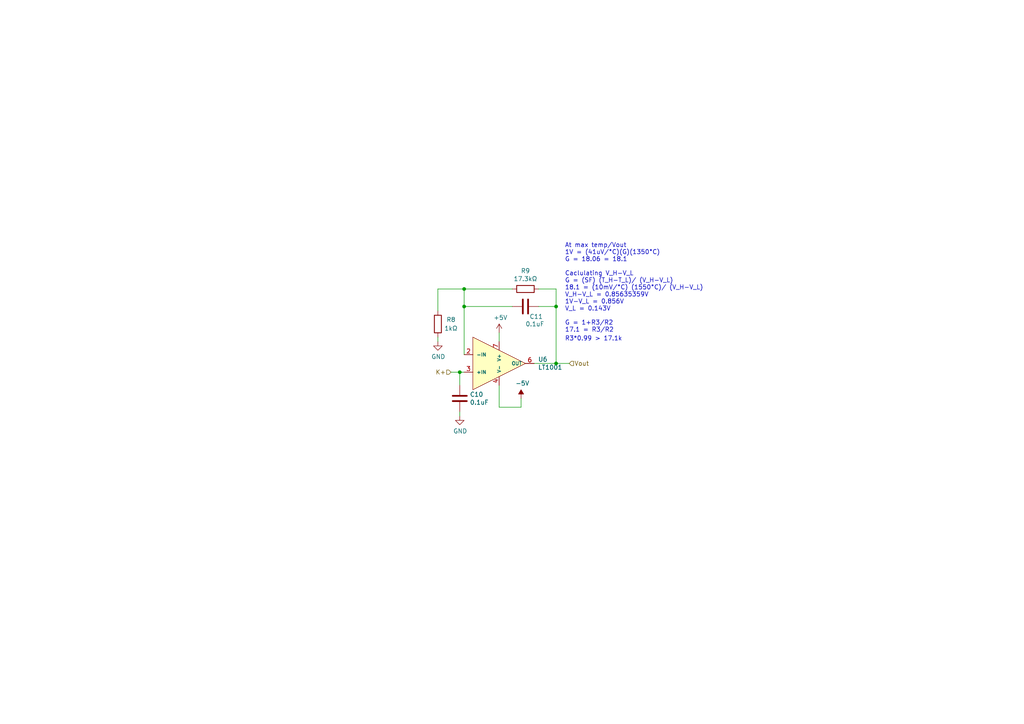
<source format=kicad_sch>
(kicad_sch (version 20211123) (generator eeschema)
  (paper "A4")
  (lib_symbols
    (symbol "Device:C" (pin_numbers hide) (pin_names (offset 0.254))
      (property "Reference" "C" (at 0.635 2.54 0))
      (property "Value" "C" (at 0.635 -2.54 0))
      (symbol "C_0_1"
        (polyline (pts (xy -2.032 -0.762) (xy 2.032 -0.762)) (stroke (width 0.508)))
        (polyline (pts (xy -2.032 0.762) (xy 2.032 0.762)) (stroke (width 0.508)))
      )
      (symbol "C_1_1"
        (pin passive line (at 0 3.81 270) (length 2.794) (name "~") (number "1"))
        (pin passive line (at 0 -3.81 90) (length 2.794) (name "~") (number "2"))
      )
    )
    (symbol "Device:R" (pin_numbers hide) (pin_names (offset 0))
      (property "Reference" "R" (at 2.032 0 90))
      (property "Value" "R" (at 0 0 90))
      (symbol "R_0_1"
        (rectangle (start -1.016 -2.54) (end 1.016 2.54) (stroke (width 0.254)))
      )
      (symbol "R_1_1"
        (pin passive line (at 0 3.81 270) (length 1.27) (name "~") (number "1"))
        (pin passive line (at 0 -3.81 90) (length 1.27) (name "~") (number "2"))
      )
    )
    (symbol "Thermocouple:LT1001" (pin_names (offset 1.016))
      (property "Reference" "U" (at -5.334 5.334 0))
      (property "Value" "LT1001" (at -5.334 7.366 0))
      (symbol "LT1001_0_1"
        (polyline (pts (xy -7.62 -5.08) (xy 7.62 -5.08) (xy 0 10.16) (xy -7.62 -5.08)) (fill (type background)))
      )
      (symbol "LT1001_1_1"
        (pin input line (at -2.54 -7.62 90) (length 2.54) (name "-IN") (number "2"))
        (pin input line (at 2.54 -7.62 90) (length 2.54) (name "+IN") (number "3"))
        (pin input line (at 6.35 2.54 180) (length 2.54) (name "V-") (number "4"))
        (pin input line (at 0 12.7 270) (length 2.54) (name "OUT") (number "6"))
        (pin input line (at -6.35 2.54 0) (length 2.54) (name "V+") (number "7"))
      )
    )
    (symbol "power:+5V" (power) (pin_names (offset 0))
      (property "Value" "+5V" (at 0 3.556 0))
      (symbol "+5V_0_1"
        (polyline (pts (xy -0.762 1.27) (xy 0 2.54)))
        (polyline (pts (xy 0 0) (xy 0 2.54)))
        (polyline (pts (xy 0 2.54) (xy 0.762 1.27)))
      )
      (symbol "+5V_1_1"
        (pin power_in line (at 0 0 90) (length 0) hide (name "+5V") (number "1"))
      )
    )
    (symbol "power:-5V" (power) (pin_names (offset 0))
      (property "Value" "-5V" (at 0 3.81 0))
      (symbol "-5V_0_0"
        (pin power_in line (at 0 0 90) (length 0) hide (name "-5V") (number "1"))
      )
      (symbol "-5V_0_1"
        (polyline (pts (xy 0 0) (xy 0 1.27) (xy 0.762 1.27) (xy 0 2.54) (xy -0.762 1.27) (xy 0 1.27)) (fill (type outline)))
      )
    )
    (symbol "power:GND" (power) (pin_names (offset 0))
      (property "Value" "GND" (at 0 -3.81 0))
      (symbol "GND_0_1"
        (polyline (pts (xy 0 0) (xy 0 -1.27) (xy 1.27 -1.27) (xy 0 -2.54) (xy -1.27 -1.27) (xy 0 -1.27)))
      )
      (symbol "GND_1_1"
        (pin power_in line (at 0 0 270) (length 0) hide (name "GND") (number "1"))
      )
    )
  )
  (junction (at 134.62 83.82))
  (junction (at 134.62 88.9))
  (junction (at 133.35 107.95))
  (junction (at 161.29 105.41))
  (junction (at 161.29 88.9))
  (wire (pts (xy 133.35 107.95) (xy 133.35 111.76)))
  (wire (pts (xy 134.62 102.87) (xy 134.62 88.9)))
  (wire (pts (xy 161.29 83.82) (xy 161.29 88.9)))
  (wire (pts (xy 127 83.82) (xy 134.62 83.82)))
  (wire (pts (xy 154.94 105.41) (xy 161.29 105.41)))
  (wire (pts (xy 156.21 83.82) (xy 161.29 83.82)))
  (wire (pts (xy 127 83.82) (xy 127 90.17)))
  (wire (pts (xy 144.78 96.52) (xy 144.78 99.06)))
  (wire (pts (xy 130.81 107.95) (xy 133.35 107.95)))
  (wire (pts (xy 151.13 118.11) (xy 151.13 115.57)))
  (wire (pts (xy 127 97.79) (xy 127 99.06)))
  (wire (pts (xy 156.21 88.9) (xy 161.29 88.9)))
  (wire (pts (xy 133.35 107.95) (xy 134.62 107.95)))
  (wire (pts (xy 134.62 83.82) (xy 134.62 88.9)))
  (wire (pts (xy 134.62 83.82) (xy 148.59 83.82)))
  (wire (pts (xy 134.62 88.9) (xy 148.59 88.9)))
  (wire (pts (xy 144.78 118.11) (xy 151.13 118.11)))
  (wire (pts (xy 161.29 105.41) (xy 165.1 105.41)))
  (wire (pts (xy 133.35 119.38) (xy 133.35 120.65)))
  (wire (pts (xy 161.29 88.9) (xy 161.29 105.41)))
  (wire (pts (xy 144.78 111.76) (xy 144.78 118.11)))
  (text "R3*0.99 > 17.1k" (at 163.83 99.06 0) (effects (font (size 1.27 1.27)) (justify left bottom)))
  (text "At max temp/Vout\n1V = (41uV/°C)(G)(1350°C)\nG = 18.06 = 18.1\n\nCaclulating V_H-V_L\nG = (SF) (T_H-T_L)/ (V_H-V_L)\n18.1 = (10mV/°C) (1550°C)/ (V_H-V_L)\nV_H-V_L = 0.85635359V\n1V-V_L = 0.856V\nV_L = 0.143V\n\nG = 1+R3/R2\n17.1 = R3/R2" (at 163.83 96.52 0) (effects (font (size 1.27 1.27)) (justify left bottom)))
  (hierarchical_label "K+" (shape input) (at 130.81 107.95 180))
  (hierarchical_label "Vout" (shape input) (at 165.1 105.41 0))
  (symbol (lib_id "Device:R") (at 127 93.98 180)
    (property "Reference" "R8" (at 130.81 92.71 0))
    (property "Value" "1kΩ" (at 130.81 95.25 0))
    (property "Footprint" "Resistor_SMD:R_0805_2012Metric_Pad1.20x1.40mm_HandSolder" (effects hide))
  )
  (symbol (lib_id "Device:C") (at 133.35 115.57 0)
    (property "Reference" "C10" (at 136.271 114.4016 0) (effects (justify left)))
    (property "Value" "0.1uF" (at 136.271 116.713 0) (effects (justify left)))
    (property "Footprint" "Capacitor_SMD:C_0805_2012Metric_Pad1.18x1.45mm_HandSolder" (effects hide))
  )
  (symbol (lib_id "Device:C") (at 152.4 88.9 270)
    (property "Reference" "C11" (at 153.5684 91.821 90) (effects (justify left)))
    (property "Value" "0.1uF" (at 152.4 93.98 90) (effects (justify left)))
    (property "Footprint" "Capacitor_SMD:C_0805_2012Metric_Pad1.18x1.45mm_HandSolder" (effects hide))
  )
  (symbol (lib_id "power:GND") (at 133.35 120.65 0)
    (property "Reference" "#PWR026" (effects hide))
    (property "Value" "GND" (at 133.477 125.0442 0))
  )
  (symbol (lib_id "power:GND") (at 127 99.06 0)
    (property "Reference" "#PWR025" (effects hide))
    (property "Value" "GND" (at 127.127 103.4542 0))
  )
  (symbol (lib_id "Device:R") (at 152.4 83.82 270)
    (property "Reference" "R9" (at 152.4 78.5622 90))
    (property "Value" "17.3kΩ" (at 152.4 80.8736 90))
    (property "Footprint" "Resistor_SMD:R_0805_2012Metric_Pad1.20x1.40mm_HandSolder" (effects hide))
  )
  (symbol (lib_id "power:+5V") (at 144.78 96.52 0)
    (property "Reference" "#PWR027" (effects hide))
    (property "Value" "+5V" (at 145.161 92.1258 0))
  )
  (symbol (lib_id "power:-5V") (at 151.13 115.57 0)
    (property "Reference" "#PWR028" (effects hide))
    (property "Value" "-5V" (at 151.511 111.1758 0))
  )
  (symbol (lib_id "Thermocouple:LT1001") (at 142.24 105.41 270)
    (property "Reference" "U6" (at 156.0576 104.2416 90) (effects (justify left)))
    (property "Value" "LT1001" (at 156.0576 106.553 90) (effects (justify left)))
    (property "Footprint" "SamacSys_Parts:NE555DR" (effects hide))
  )
)
</source>
